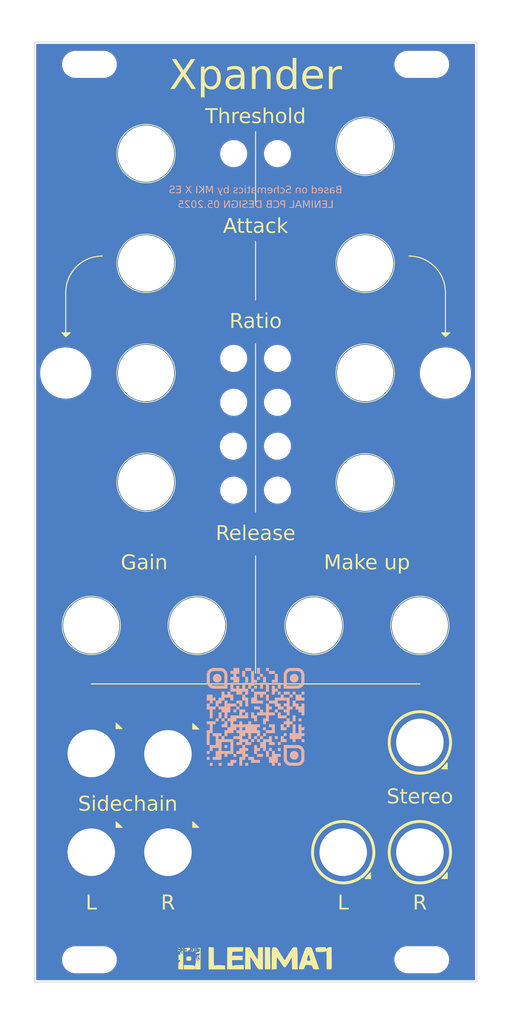
<source format=kicad_pcb>
(kicad_pcb (version 20241229) (generator "pcbnew") (generator_version "9.0")
  (layers (0 "F.Cu" signal) (2 "B.Cu" signal) (13 "F.Paste" user) (15 "B.Paste" user) (5 "F.SilkS" user "F.Silkscreen") (7 "B.SilkS" user "B.Silkscreen") (1 "F.Mask" user) (3 "B.Mask" user) (25 "Edge.Cuts" user))
  (net 0 "")
  (net 1 "GNDREF")
  (footprint "synth-gfx:sw-spdt" (layer "F.Cu") (at 54 86)
    (property "Reference" "REF**" (hide yes))
    (property "Value" "sw-spdt")
    (pad "" np_thru_hole circle (at 0 0) (size 6.5 6.5) (drill 6.5) (layers "*.Cu" "*.Mask"))
  )
  (footprint "synth-gfx:7.2mm_pot-xs" (layer "F.Cu") (at 88 120.5)
    (property "Reference" "REF**" (hide yes))
    (property "Value" "7.2mm_pot-xs")
    (pad "" np_thru_hole circle (at 0 0) (size 7.2 7.2) (drill 7.2) (layers "*.Cu" "*.Mask"))
  )
  (footprint "synth-gfx:jack-output" (layer "F.Cu") (at 102.5 136.5)
    (property "Reference" "J5" (hide yes))
    (property "Value" "Conn_01x01_Socket")
    (pad "1" thru_hole circle (at 0 0) (size 7 7) (drill 6.5) (layers "*.Cu" "*.Mask") (net 1 "GNDREF"))
  )
  (footprint "synth-gfx:led_3mm" (layer "F.Cu") (at 76.96 96)
    (property "Reference" "REF**" (hide yes))
    (property "Value" "led_3mm")
    (pad "" np_thru_hole circle (at 0 0) (size 3.2 3.2) (drill 3.2) (layers "*.Cu" "*.Mask"))
  )
  (footprint "synth-gfx:jack-input" (layer "F.Cu") (at 68 138.06)
    (property "Reference" "J1" (hide yes))
    (property "Value" "Conn_01x01_Socket")
    (pad "1" thru_hole circle (at 0 0) (size 7 7) (drill 6.5) (layers "*.Cu" "*.Mask") (net 1 "GNDREF"))
  )
  (footprint "synth-gfx:7.2mm_pot-xs" (layer "F.Cu") (at 95 101)
    (property "Reference" "REF**" (hide yes))
    (property "Value" "7.2mm_pot-xs")
    (pad "" np_thru_hole circle (at 0 0) (size 7.2 7.2) (drill 7.2) (layers "*.Cu" "*.Mask"))
  )
  (footprint "synth-gfx:7.2mm_pot-xs" (layer "F.Cu") (at 95 86)
    (property "Reference" "REF**" (hide yes))
    (property "Value" "7.2mm_pot-xs")
    (pad "" np_thru_hole circle (at 0 0) (size 7.2 7.2) (drill 7.2) (layers "*.Cu" "*.Mask"))
  )
  (footprint "synth-gfx:led_3mm" (layer "F.Cu") (at 77 84)
    (property "Reference" "REF**" (hide yes))
    (property "Value" "led_3mm")
    (pad "" np_thru_hole circle (at 0 0) (size 3.2 3.2) (drill 3.2) (layers "*.Cu" "*.Mask"))
  )
  (footprint "Synth:lenimal_logo_full" (layer "F.Cu") (at 80 166)
    (property "Reference" "G***" (hide yes))
    (property "Value" "LOGO" (hide yes))
  )
  (footprint "synth-gfx:led_3mm" (layer "F.Cu") (at 83 102)
    (property "Reference" "REF**" (hide yes))
    (property "Value" "led_3mm")
    (pad "" np_thru_hole circle (at 0 0) (size 3.2 3.2) (drill 3.2) (layers "*.Cu" "*.Mask"))
  )
  (footprint "synth-gfx:led_3mm" (layer "F.Cu") (at 83 56)
    (property "Reference" "REF**" (hide yes))
    (property "Value" "led_3mm")
    (pad "" np_thru_hole circle (at 0 0) (size 3.2 3.2) (drill 3.2) (layers "*.Cu" "*.Mask"))
  )
  (footprint "synth-gfx:led_3mm" (layer "F.Cu") (at 77 90)
    (property "Reference" "REF**" (hide yes))
    (property "Value" "led_3mm")
    (pad "" np_thru_hole circle (at 0 0) (size 3.2 3.2) (drill 3.2) (layers "*.Cu" "*.Mask"))
  )
  (footprint "synth-gfx:led_3mm" (layer "F.Cu") (at 83 84)
    (property "Reference" "REF**" (hide yes))
    (property "Value" "led_3mm")
    (pad "" np_thru_hole circle (at 0 0) (size 3.2 3.2) (drill 3.2) (layers "*.Cu" "*.Mask"))
  )
  (footprint "synth-gfx:7.2mm_pot-xs" (layer "F.Cu") (at 65 56)
    (property "Reference" "REF**" (hide yes))
    (property "Value" "7.2mm_pot-xs")
    (pad "" np_thru_hole circle (at 0 0) (size 7.2 7.2) (drill 7.2) (layers "*.Cu" "*.Mask"))
  )
  (footprint "synth-gfx:7.2mm_pot-xs" (layer "F.Cu") (at 72 120.5)
    (property "Reference" "REF**" (hide yes))
    (property "Value" "7.2mm_pot-xs")
    (pad "" np_thru_hole circle (at 0 0) (size 7.2 7.2) (drill 7.2) (layers "*.Cu" "*.Mask"))
  )
  (footprint "clipboard:70c48374-1f3d-47c1-9ab1-ae3180f47f37" (layer "F.Cu") (at 106.578724 80.5 43)
    (property "Reference" "" (at -0.021749 0.023323 43) (layer "F.SilkS") (effects (font (size 1.27 1.27))))
    (property "Value" "")
  )
  (footprint "synth-gfx:jack-output" (layer "F.Cu") (at 102.5 151.5)
    (property "Reference" "J7" (hide yes))
    (property "Value" "Conn_01x01_Socket")
    (pad "1" thru_hole circle (at 0 0) (size 7 7) (drill 6.5) (layers "*.Cu" "*.Mask") (net 1 "GNDREF"))
  )
  (footprint "" (layer "F.Cu") (at 57.25 43.8)
    (property "Reference" "" (at 0 0 0) (layer "F.SilkS") (effects (font (size 1.27 1.27))))
    (property "Value" "")
    (pad "" np_thru_hole oval (at 0 0) (size 7 3.2) (drill oval 7 3.2) (layers "*.Cu" "*.Mask"))
  )
  (footprint "synth-gfx:jack-input" (layer "F.Cu") (at 57.5 151.5)
    (property "Reference" "J3" (hide yes))
    (property "Value" "Conn_01x01_Socket")
    (pad "1" thru_hole circle (at 0 0) (size 7 7) (drill 6.5) (layers "*.Cu" "*.Mask") (net 1 "GNDREF"))
  )
  (footprint "synth-gfx:led_3mm" (layer "F.Cu") (at 83 90)
    (property "Reference" "REF**" (hide yes))
    (property "Value" "led_3mm")
    (pad "" np_thru_hole circle (at 0 0) (size 3.2 3.2) (drill 3.2) (layers "*.Cu" "*.Mask"))
  )
  (footprint "synth-gfx:7.2mm_pot-xs" (layer "F.Cu") (at 95 55)
    (property "Reference" "REF**" (hide yes))
    (property "Value" "7.2mm_pot-xs")
    (pad "" np_thru_hole circle (at 0 0) (size 7.2 7.2) (drill 7.2) (layers "*.Cu" "*.Mask"))
  )
  (footprint "synth-gfx:led_3mm" (layer "F.Cu") (at 77 102)
    (property "Reference" "REF**" (hide yes))
    (property "Value" "led_3mm")
    (pad "" np_thru_hole circle (at 0 0) (size 3.2 3.2) (drill 3.2) (layers "*.Cu" "*.Mask"))
  )
  (footprint "synth-gfx:led_3mm" (layer "F.Cu") (at 83 96)
    (property "Reference" "REF**" (hide yes))
    (property "Value" "led_3mm")
    (pad "" np_thru_hole circle (at 0 0) (size 3.2 3.2) (drill 3.2) (layers "*.Cu" "*.Mask"))
  )
  (footprint "synth-gfx:led_3mm" (layer "F.Cu") (at 77 56)
    (property "Reference" "REF**" (hide yes))
    (property "Value" "led_3mm")
    (pad "" np_thru_hole circle (at 0 0) (size 3.2 3.2) (drill 3.2) (layers "*.Cu" "*.Mask"))
  )
  (footprint "synth-gfx:7.2mm_pot-xs" (layer "F.Cu") (at 102.5 120.5)
    (property "Reference" "REF**" (hide yes))
    (property "Value" "7.2mm_pot-xs")
    (pad "" np_thru_hole circle (at 0 0) (size 7.2 7.2) (drill 7.2) (layers "*.Cu" "*.Mask"))
  )
  (footprint "synth-gfx:mount" (layer "F.Cu") (at 57.25 166.2)
    (property "Reference" "REF**" (hide yes))
    (property "Value" "mount")
    (pad "" np_thru_hole oval (at 0 0) (size 7 3.2) (drill oval 7 3.2) (layers "*.Cu" "*.Mask"))
  )
  (footprint "synth-gfx:sw-spdt" (layer "F.Cu") (at 106 86)
    (property "Reference" "REF**" (hide yes))
    (property "Value" "sw-spdt")
    (pad "" np_thru_hole circle (at 0 0) (size 6.5 6.5) (drill 6.5) (layers "*.Cu" "*.Mask"))
  )
  (footprint "synth-gfx:jack-input" (layer "F.Cu") (at 68 151.5)
    (property "Reference" "J4" (hide yes))
    (property "Value" "Conn_01x01_Socket")
    (pad "1" thru_hole circle (at 0 0) (size 7 7) (drill 6.5) (layers "*.Cu" "*.Mask") (net 1 "GNDREF"))
  )
  (footprint "synth-gfx:jack-input" (layer "F.Cu") (at 57.5 138)
    (property "Reference" "J2" (hide yes))
    (property "Value" "Conn_01x01_Socket")
    (pad "1" thru_hole circle (at 0 0) (size 7 7) (drill 6.5) (layers "*.Cu" "*.Mask") (net 1 "GNDREF"))
  )
  (footprint "synth-gfx:7.2mm_pot-xs" (layer "F.Cu") (at 65 71)
    (property "Reference" "REF**" (hide yes))
    (property "Value" "7.2mm_pot-xs")
    (pad "" np_thru_hole circle (at 0 0) (size 7.2 7.2) (drill 7.2) (layers "*.Cu" "*.Mask"))
  )
  (footprint "synth-gfx:7.2mm_pot-xs" (layer "F.Cu") (at 65 100.921392)
    (property "Reference" "REF**" (hide yes))
    (property "Value" "7.2mm_pot-xs")
    (pad "" np_thru_hole circle (at 0 0) (size 7.2 7.2) (drill 7.2) (layers "*.Cu" "*.Mask"))
  )
  (footprint "clipboard:70c48374-1f3d-47c1-9ab1-ae3180f47f37" (layer "F.Cu") (at 54.578724 80.5 43)
    (property "Reference" "" (at 0 0 43) (layer "F.SilkS") (effects (font (size 1.27 1.27))))
    (property "Value" "")
  )
  (footprint "synth-gfx:7.2mm_pot-xs" (layer "F.Cu") (at 95 71)
    (property "Reference" "REF**" (hide yes))
    (property "Value" "7.2mm_pot-xs")
    (pad "" np_thru_hole circle (at 0 0) (size 7.2 7.2) (drill 7.2) (layers "*.Cu" "*.Mask"))
  )
  (footprint "synth-gfx:7.2mm_pot-xs" (layer "F.Cu") (at 57.5 120.5)
    (property "Reference" "REF**" (hide yes))
    (property "Value" "7.2mm_pot-xs")
    (pad "" np_thru_hole circle (at 0 0) (size 7.2 7.2) (drill 7.2) (layers "*.Cu" "*.Mask"))
  )
  (footprint "synth-gfx:7.2mm_pot-xs" (layer "F.Cu") (at 65 86)
    (property "Reference" "REF**" (hide yes))
    (property "Value" "7.2mm_pot-xs")
    (pad "" np_thru_hole circle (at 0 0) (size 7.2 7.2) (drill 7.2) (layers "*.Cu" "*.Mask"))
  )
  (footprint "synth-gfx:jack-output" (layer "F.Cu") (at 92 151.5)
    (property "Reference" "J6" (hide yes))
    (property "Value" "Conn_01x01_Socket")
    (pad "1" thru_hole circle (at 0 0) (size 7 7) (drill 6.5) (layers "*.Cu" "*.Mask") (net 1 "GNDREF"))
  )
  (footprint "" (layer "B.Cu") (at 102.75 43.8)
    (property "Reference" "" (at 0 0 180) (layer "B.SilkS") (effects (font (size 1.27 1.27)) (justify mirror)))
    (property "Value" "")
    (pad "" np_thru_hole oval (at 0 0) (size 7 3.2) (drill oval 7 3.2) (layers "*.Cu" "*.Mask"))
  )
  (footprint "" (layer "B.Cu") (at 102.75 166.2)
    (property "Reference" "" (at 0 0 180) (layer "B.SilkS") (effects (font (size 1.27 1.27)) (justify mirror)))
    (property "Value" "")
    (pad "" np_thru_hole oval (at 0 0) (size 7 3.2) (drill oval 7 3.2) (layers "*.Cu" "*.Mask"))
  )
  (footprint "synth-gfx:github-QR_lenimal_white" (layer "B.Cu") (at 80 133 180)
    (property "Reference" "G***" (hide yes))
    (property "Value" "LOGO" (hide yes))
  )
  (gr_arc (start 101 70) (mid 104.535534 71.464466) (end 106 75) (stroke (width 0.15)) (layer "F.SilkS"))
  (gr_line (start 80 82) (end 80 105) (stroke (width 0.15)) (layer "F.SilkS"))
  (gr_line (start 57.5 128.5) (end 102.5 128.5) (stroke (width 0.15)) (layer "F.SilkS"))
  (gr_line (start 80 68) (end 80 76) (stroke (width 0.15)) (layer "F.SilkS"))
  (gr_line (start 54 75) (end 54 80.75) (stroke (width 0.15)) (layer "F.SilkS"))
  (gr_line (start 80 53) (end 80 63) (stroke (width 0.15)) (layer "F.SilkS"))
  (gr_line (start 80 111) (end 80 127) (stroke (width 0.15)) (layer "F.SilkS"))
  (gr_line (start 106 75) (end 106 80.75) (stroke (width 0.15)) (layer "F.SilkS"))
  (gr_arc (start 54 75) (mid 55.464466 71.464466) (end 59 70) (stroke (width 0.15)) (layer "F.SilkS"))
  (gr_rect (start 49.7 40.75) (end 110.3 169.25) (stroke (width 0.1)) (fill no) (layer "Edge.Cuts"))
  (gr_text "Stereo" (at 102.5 144 0) (layer "F.SilkS") (effects (font (size 2 2))))
  (gr_text "L" (at 92 158.5 0) (layer "F.SilkS") (effects (font (size 2 2))))
  (gr_text "L" (at 57.5 158.5 0) (layer "F.SilkS") (effects (font (size 2 2))))
  (gr_text "Xpander" (at 80 45.5 0) (layer "F.SilkS") (effects (font (size 4 4))))
  (gr_text "Release" (at 80 108 0) (layer "F.SilkS") (effects (font (size 2 2))))
  (gr_text "Ratio" (at 80 79 0) (layer "F.SilkS") (effects (font (size 2 2))))
  (gr_text "Sidechain" (at 62.5 145 0) (layer "F.SilkS") (effects (font (size 2 2))))
  (gr_text "Attack" (at 80 66 0) (layer "F.SilkS") (effects (font (size 2 2))))
  (gr_text "Gain" (at 64.75 112 0) (layer "F.SilkS") (effects (font (size 2 2))))
  (gr_text "Make up" (at 95.25 112 0) (layer "F.SilkS") (effects (font (size 2 2))))
  (gr_text "R" (at 102.5 158.5 0) (layer "F.SilkS") (effects (font (size 2 2))))
  (gr_text "R" (at 68 158.5 0) (layer "F.SilkS") (effects (font (size 2 2))))
  (gr_text "Threshold" (at 80 51 0) (layer "F.SilkS") (effects (font (size 2 2))))
  (gr_text "LENIMAL PCB DESIGN 05.2025" (at 80 63 0) (layer "B.SilkS") (effects (font (size 1 1)) (justify mirror)))
  (gr_text "Based on Schematics by MKI X ES" (at 80 61 0) (layer "B.SilkS") (effects (font (size 1 1)) (justify mirror)))
  (zone (net 1) (net_name "GNDREF") (layers "F.Cu" "B.Cu") (connect_pads (clearance 0.5)) (min_thickness 0.25) (fill yes (thermal_gap 0.5) (thermal_bridge_width 0.5))
    (polygon (pts (xy 115 175) (xy 115 35) (xy 45 35) (xy 45 175)))
  )
)
</source>
